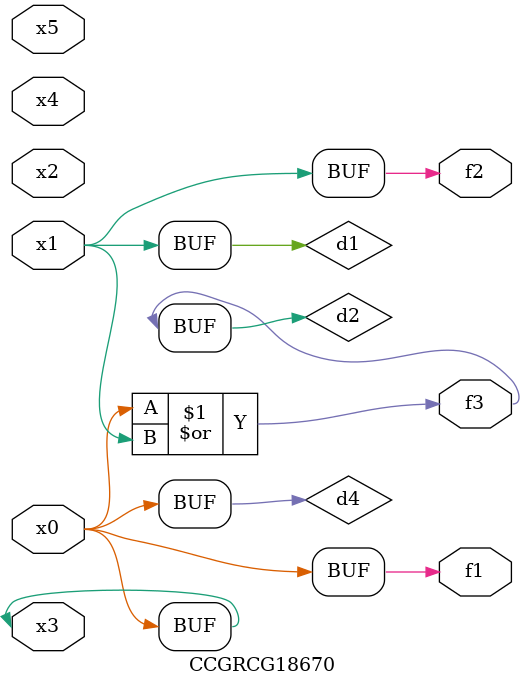
<source format=v>
module CCGRCG18670(
	input x0, x1, x2, x3, x4, x5,
	output f1, f2, f3
);

	wire d1, d2, d3, d4;

	and (d1, x1);
	or (d2, x0, x1);
	nand (d3, x0, x5);
	buf (d4, x0, x3);
	assign f1 = d4;
	assign f2 = d1;
	assign f3 = d2;
endmodule

</source>
